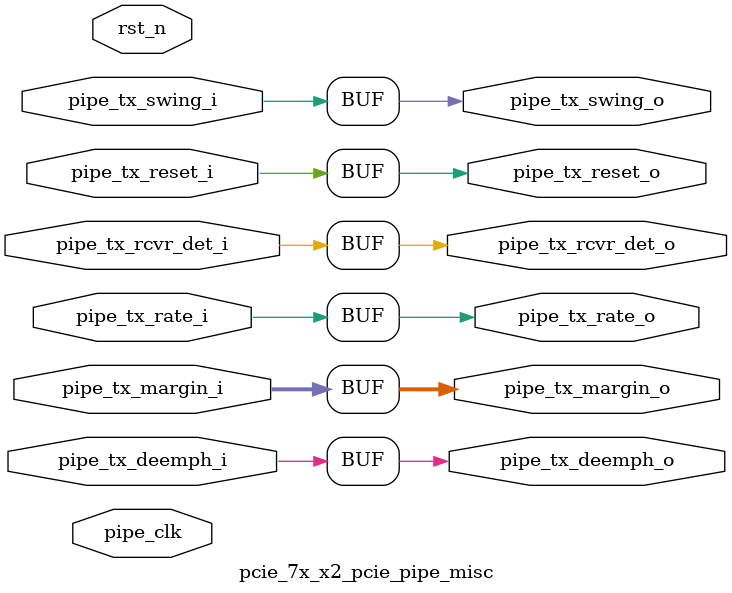
<source format=v>

`timescale 1ps/1ps

(* DowngradeIPIdentifiedWarnings = "yes" *)
module pcie_7x_x2_pcie_pipe_misc #
(
    parameter        PIPE_PIPELINE_STAGES = 0,    // 0 - 0 stages, 1 - 1 stage, 2 - 2 stages
    parameter TCQ  = 1 // synthesis warning solved: parameter declaration becomes local
)
(

    input   wire        pipe_tx_rcvr_det_i       ,     // PIPE Tx Receiver Detect
    input   wire        pipe_tx_reset_i          ,     // PIPE Tx Reset
    input   wire        pipe_tx_rate_i           ,     // PIPE Tx Rate
    input   wire        pipe_tx_deemph_i         ,     // PIPE Tx Deemphasis
    input   wire [2:0]  pipe_tx_margin_i         ,     // PIPE Tx Margin
    input   wire        pipe_tx_swing_i          ,     // PIPE Tx Swing

    output  wire        pipe_tx_rcvr_det_o       ,     // Pipelined PIPE Tx Receiver Detect
    output  wire        pipe_tx_reset_o          ,     // Pipelined PIPE Tx Reset
    output  wire        pipe_tx_rate_o           ,     // Pipelined PIPE Tx Rate
    output  wire        pipe_tx_deemph_o         ,     // Pipelined PIPE Tx Deemphasis
    output  wire [2:0]  pipe_tx_margin_o         ,     // Pipelined PIPE Tx Margin
    output  wire        pipe_tx_swing_o          ,     // Pipelined PIPE Tx Swing

    input   wire        pipe_clk                ,      // PIPE Clock
    input   wire        rst_n                          // Reset
);

//******************************************************************//
// Reality check.                                                   //
//******************************************************************//

//    parameter TCQ  = 1;      // clock to out delay model

    generate

    if (PIPE_PIPELINE_STAGES == 0) begin : pipe_stages_0

        assign pipe_tx_rcvr_det_o = pipe_tx_rcvr_det_i;
        assign pipe_tx_reset_o  = pipe_tx_reset_i;
        assign pipe_tx_rate_o = pipe_tx_rate_i;
        assign pipe_tx_deemph_o = pipe_tx_deemph_i;
        assign pipe_tx_margin_o = pipe_tx_margin_i;
        assign pipe_tx_swing_o = pipe_tx_swing_i;

    end // if (PIPE_PIPELINE_STAGES == 0)
    else if (PIPE_PIPELINE_STAGES == 1) begin : pipe_stages_1

    reg                pipe_tx_rcvr_det_q       ;
    reg                pipe_tx_reset_q          ;
    reg                pipe_tx_rate_q           ;
    reg                pipe_tx_deemph_q         ;
    reg [2:0]          pipe_tx_margin_q         ;
    reg                pipe_tx_swing_q          ;

        always @(posedge pipe_clk) begin

        if (rst_n)
        begin

            pipe_tx_rcvr_det_q <= #TCQ 0;
            pipe_tx_reset_q  <= #TCQ 1'b1;
            pipe_tx_rate_q <= #TCQ 0;
            pipe_tx_deemph_q <= #TCQ 1'b1;
            pipe_tx_margin_q <= #TCQ 0;
            pipe_tx_swing_q <= #TCQ 0;

        end
        else
        begin

            pipe_tx_rcvr_det_q <= #TCQ pipe_tx_rcvr_det_i;
            pipe_tx_reset_q  <= #TCQ pipe_tx_reset_i;
            pipe_tx_rate_q <= #TCQ pipe_tx_rate_i;
            pipe_tx_deemph_q <= #TCQ pipe_tx_deemph_i;
            pipe_tx_margin_q <= #TCQ pipe_tx_margin_i;
            pipe_tx_swing_q <= #TCQ pipe_tx_swing_i;

          end

        end

        assign pipe_tx_rcvr_det_o = pipe_tx_rcvr_det_q;
        assign pipe_tx_reset_o  = pipe_tx_reset_q;
        assign pipe_tx_rate_o = pipe_tx_rate_q;
        assign pipe_tx_deemph_o = pipe_tx_deemph_q;
        assign pipe_tx_margin_o = pipe_tx_margin_q;
        assign pipe_tx_swing_o = pipe_tx_swing_q;

    end // if (PIPE_PIPELINE_STAGES == 1)
    else if (PIPE_PIPELINE_STAGES == 2) begin : pipe_stages_2

    reg                pipe_tx_rcvr_det_q       ;
    reg                pipe_tx_reset_q          ;
    reg                pipe_tx_rate_q           ;
    reg                pipe_tx_deemph_q         ;
    reg [2:0]          pipe_tx_margin_q         ;
    reg                pipe_tx_swing_q          ;

    reg                pipe_tx_rcvr_det_qq      ;
    reg                pipe_tx_reset_qq         ;
    reg                pipe_tx_rate_qq          ;
    reg                pipe_tx_deemph_qq        ;
    reg [2:0]          pipe_tx_margin_qq        ;
    reg                pipe_tx_swing_qq         ;

        always @(posedge pipe_clk) begin

        if (rst_n)
        begin

            pipe_tx_rcvr_det_q <= #TCQ 0;
            pipe_tx_reset_q  <= #TCQ 1'b1;
            pipe_tx_rate_q <= #TCQ 0;
            pipe_tx_deemph_q <= #TCQ 1'b1;
            pipe_tx_margin_q <= #TCQ 0;
            pipe_tx_swing_q <= #TCQ 0;

            pipe_tx_rcvr_det_qq <= #TCQ 0;
            pipe_tx_reset_qq  <= #TCQ 1'b1;
            pipe_tx_rate_qq <= #TCQ 0;
            pipe_tx_deemph_qq <= #TCQ 1'b1;
            pipe_tx_margin_qq <= #TCQ 0;
            pipe_tx_swing_qq <= #TCQ 0;

        end
        else
        begin

            pipe_tx_rcvr_det_q <= #TCQ pipe_tx_rcvr_det_i;
            pipe_tx_reset_q  <= #TCQ pipe_tx_reset_i;
            pipe_tx_rate_q <= #TCQ pipe_tx_rate_i;
            pipe_tx_deemph_q <= #TCQ pipe_tx_deemph_i;
            pipe_tx_margin_q <= #TCQ pipe_tx_margin_i;
            pipe_tx_swing_q <= #TCQ pipe_tx_swing_i;

            pipe_tx_rcvr_det_qq <= #TCQ pipe_tx_rcvr_det_q;
            pipe_tx_reset_qq  <= #TCQ pipe_tx_reset_q;
            pipe_tx_rate_qq <= #TCQ pipe_tx_rate_q;
            pipe_tx_deemph_qq <= #TCQ pipe_tx_deemph_q;
            pipe_tx_margin_qq <= #TCQ pipe_tx_margin_q;
            pipe_tx_swing_qq <= #TCQ pipe_tx_swing_q;

          end

        end

        assign pipe_tx_rcvr_det_o = pipe_tx_rcvr_det_qq;
        assign pipe_tx_reset_o  = pipe_tx_reset_qq;
        assign pipe_tx_rate_o = pipe_tx_rate_qq;
        assign pipe_tx_deemph_o = pipe_tx_deemph_qq;
        assign pipe_tx_margin_o = pipe_tx_margin_qq;
        assign pipe_tx_swing_o = pipe_tx_swing_qq;

    end // if (PIPE_PIPELINE_STAGES == 2)

    endgenerate

endmodule


</source>
